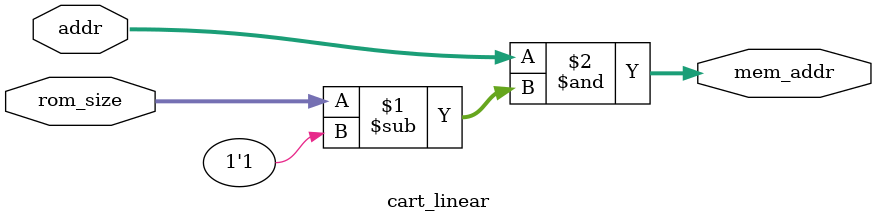
<source format=sv>
module cart_linear
(
   input     [15:0] addr,
   input     [24:0] rom_size,
   output    [24:0] mem_addr
);

   assign mem_addr  = addr & (rom_size - 1'b1);
   
endmodule
</source>
